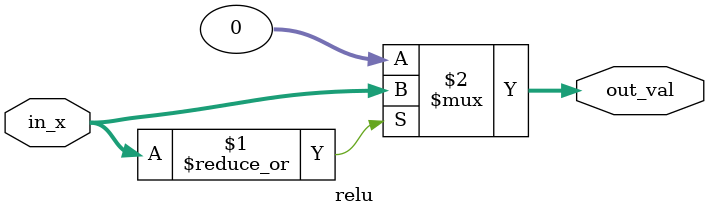
<source format=sv>
/*
File: relu.sv
Input: an input fixed point number
Function: find the output of relu function applied to the input number
Output: Return the product AXB
Parameters: Q: size of fractional part, N: width of each data			

Code Written by: Sorty MMith (sortymmith@outlook.com)
15 Nov 2019
*/

module relu #(parameter Q=15, parameter N=32)
(
	input [N-1:0] in_x,
	output [N-1:0] out_val
);

// relu-> max(0,x)
assign out_val = (|in_x)?in_x:{N{1'b0}};

endmodule
</source>
